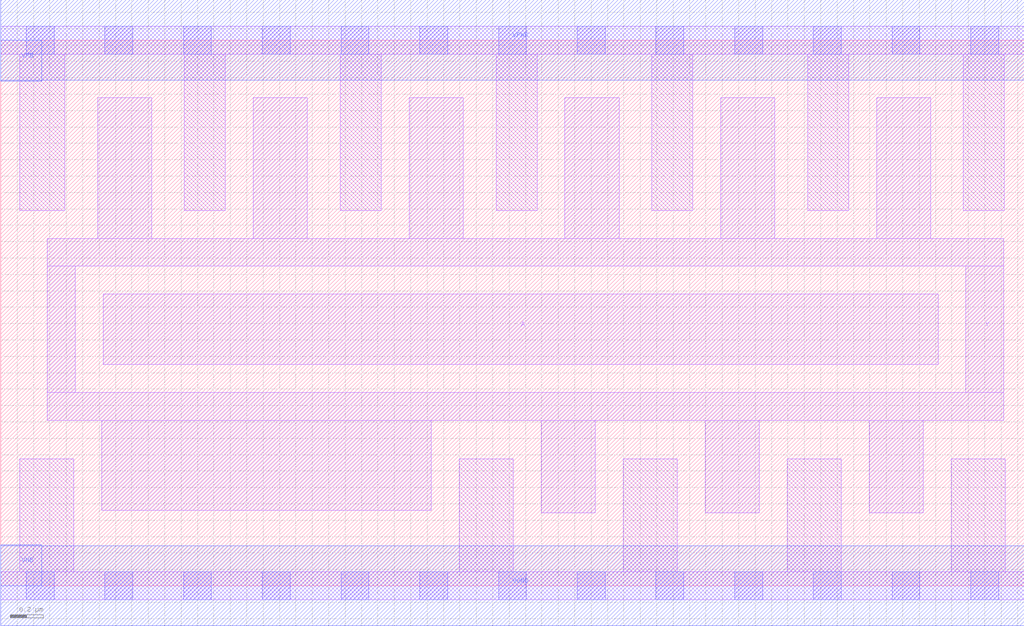
<source format=lef>
# Copyright 2020 The SkyWater PDK Authors
#
# Licensed under the Apache License, Version 2.0 (the "License");
# you may not use this file except in compliance with the License.
# You may obtain a copy of the License at
#
#     https://www.apache.org/licenses/LICENSE-2.0
#
# Unless required by applicable law or agreed to in writing, software
# distributed under the License is distributed on an "AS IS" BASIS,
# WITHOUT WARRANTIES OR CONDITIONS OF ANY KIND, either express or implied.
# See the License for the specific language governing permissions and
# limitations under the License.
#
# SPDX-License-Identifier: Apache-2.0

VERSION 5.5 ;
NAMESCASESENSITIVE ON ;
BUSBITCHARS "[]" ;
DIVIDERCHAR "/" ;
MACRO sky130_fd_sc_ms__clkinv_8
  CLASS CORE ;
  SOURCE USER ;
  ORIGIN  0.000000  0.000000 ;
  SIZE  6.240000 BY  3.330000 ;
  SYMMETRY X Y ;
  SITE unit ;
  PIN A
    ANTENNAGATEAREA  2.520000 ;
    DIRECTION INPUT ;
    USE SIGNAL ;
    PORT
      LAYER li1 ;
        RECT 0.625000 1.350000 5.715000 1.780000 ;
    END
  END A
  PIN Y
    ANTENNADIFFAREA  3.242400 ;
    DIRECTION OUTPUT ;
    USE SIGNAL ;
    PORT
      LAYER li1 ;
        RECT 0.285000 1.010000 6.115000 1.180000 ;
        RECT 0.285000 1.180000 0.455000 1.950000 ;
        RECT 0.285000 1.950000 6.115000 2.120000 ;
        RECT 0.590000 2.120000 0.920000 2.980000 ;
        RECT 0.615000 0.460000 2.625000 1.010000 ;
        RECT 1.540000 2.120000 1.870000 2.980000 ;
        RECT 2.490000 2.120000 2.820000 2.980000 ;
        RECT 3.295000 0.445000 3.625000 1.010000 ;
        RECT 3.440000 2.120000 3.770000 2.980000 ;
        RECT 4.295000 0.445000 4.625000 1.010000 ;
        RECT 4.390000 2.120000 4.720000 2.980000 ;
        RECT 5.295000 0.445000 5.625000 1.010000 ;
        RECT 5.340000 2.120000 5.670000 2.980000 ;
        RECT 5.885000 1.180000 6.115000 1.950000 ;
    END
  END Y
  PIN VGND
    DIRECTION INOUT ;
    USE GROUND ;
    PORT
      LAYER met1 ;
        RECT 0.000000 -0.245000 6.240000 0.245000 ;
    END
  END VGND
  PIN VNB
    DIRECTION INOUT ;
    USE GROUND ;
    PORT
    END
  END VNB
  PIN VPB
    DIRECTION INOUT ;
    USE POWER ;
    PORT
    END
  END VPB
  PIN VNB
    DIRECTION INOUT ;
    USE GROUND ;
    PORT
      LAYER met1 ;
        RECT 0.000000 0.000000 0.250000 0.250000 ;
    END
  END VNB
  PIN VPB
    DIRECTION INOUT ;
    USE POWER ;
    PORT
      LAYER met1 ;
        RECT 0.000000 3.080000 0.250000 3.330000 ;
    END
  END VPB
  PIN VPWR
    DIRECTION INOUT ;
    USE POWER ;
    PORT
      LAYER met1 ;
        RECT 0.000000 3.085000 6.240000 3.575000 ;
    END
  END VPWR
  OBS
    LAYER li1 ;
      RECT 0.000000 -0.085000 6.240000 0.085000 ;
      RECT 0.000000  3.245000 6.240000 3.415000 ;
      RECT 0.115000  0.085000 0.445000 0.775000 ;
      RECT 0.115000  2.290000 0.390000 3.245000 ;
      RECT 1.120000  2.290000 1.370000 3.245000 ;
      RECT 2.070000  2.290000 2.320000 3.245000 ;
      RECT 2.795000  0.085000 3.125000 0.775000 ;
      RECT 3.020000  2.290000 3.270000 3.245000 ;
      RECT 3.795000  0.085000 4.125000 0.775000 ;
      RECT 3.970000  2.290000 4.220000 3.245000 ;
      RECT 4.795000  0.085000 5.125000 0.775000 ;
      RECT 4.920000  2.290000 5.170000 3.245000 ;
      RECT 5.795000  0.085000 6.125000 0.775000 ;
      RECT 5.870000  2.290000 6.120000 3.245000 ;
    LAYER mcon ;
      RECT 0.155000 -0.085000 0.325000 0.085000 ;
      RECT 0.155000  3.245000 0.325000 3.415000 ;
      RECT 0.635000 -0.085000 0.805000 0.085000 ;
      RECT 0.635000  3.245000 0.805000 3.415000 ;
      RECT 1.115000 -0.085000 1.285000 0.085000 ;
      RECT 1.115000  3.245000 1.285000 3.415000 ;
      RECT 1.595000 -0.085000 1.765000 0.085000 ;
      RECT 1.595000  3.245000 1.765000 3.415000 ;
      RECT 2.075000 -0.085000 2.245000 0.085000 ;
      RECT 2.075000  3.245000 2.245000 3.415000 ;
      RECT 2.555000 -0.085000 2.725000 0.085000 ;
      RECT 2.555000  3.245000 2.725000 3.415000 ;
      RECT 3.035000 -0.085000 3.205000 0.085000 ;
      RECT 3.035000  3.245000 3.205000 3.415000 ;
      RECT 3.515000 -0.085000 3.685000 0.085000 ;
      RECT 3.515000  3.245000 3.685000 3.415000 ;
      RECT 3.995000 -0.085000 4.165000 0.085000 ;
      RECT 3.995000  3.245000 4.165000 3.415000 ;
      RECT 4.475000 -0.085000 4.645000 0.085000 ;
      RECT 4.475000  3.245000 4.645000 3.415000 ;
      RECT 4.955000 -0.085000 5.125000 0.085000 ;
      RECT 4.955000  3.245000 5.125000 3.415000 ;
      RECT 5.435000 -0.085000 5.605000 0.085000 ;
      RECT 5.435000  3.245000 5.605000 3.415000 ;
      RECT 5.915000 -0.085000 6.085000 0.085000 ;
      RECT 5.915000  3.245000 6.085000 3.415000 ;
  END
END sky130_fd_sc_ms__clkinv_8
END LIBRARY

</source>
